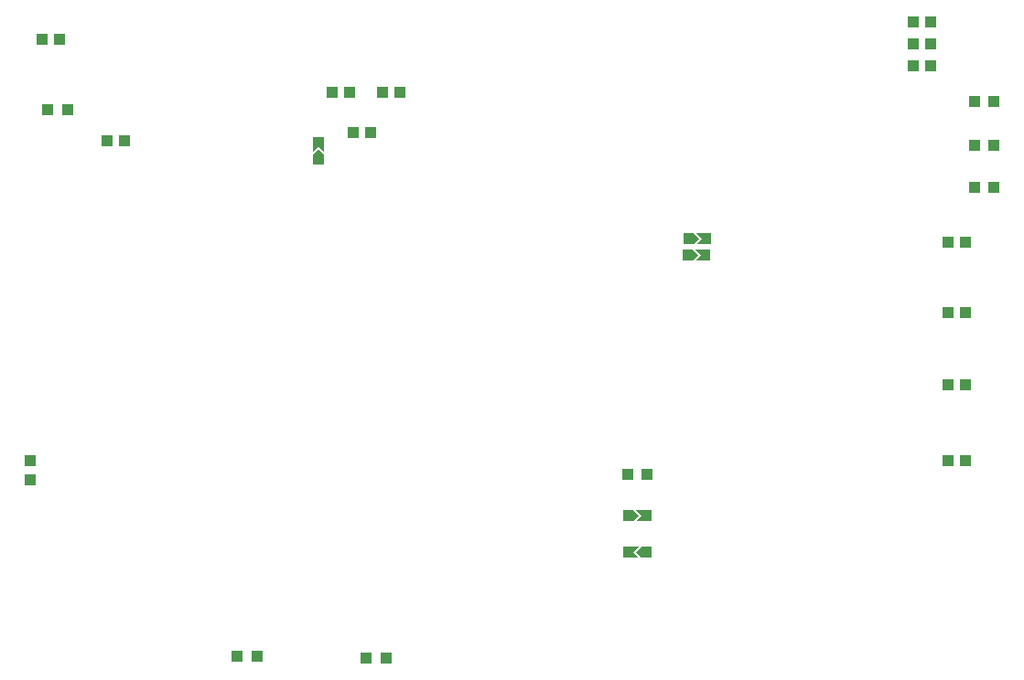
<source format=gbp>
G04*
G04 #@! TF.GenerationSoftware,Altium Limited,Altium Designer,19.1.7 (138)*
G04*
G04 Layer_Color=128*
%FSLAX25Y25*%
%MOIN*%
G70*
G01*
G75*
%ADD17R,0.03937X0.04331*%
%ADD19R,0.03200X0.04000*%
%ADD45R,0.04000X0.03200*%
%ADD46R,0.04331X0.03937*%
G36*
X131500Y222125D02*
X129500Y224125D01*
X127500Y222125D01*
Y225125D01*
X131500D01*
Y222125D01*
D02*
G37*
G36*
Y221125D02*
Y220125D01*
X127500D01*
Y221125D01*
X129500Y223125D01*
X131500Y221125D01*
D02*
G37*
G36*
X270000Y190500D02*
Y188500D01*
X267000D01*
X269000Y190500D01*
X267000Y192500D01*
X270000D01*
Y190500D01*
D02*
G37*
G36*
X268000D02*
X266000Y188500D01*
X265000D01*
Y192500D01*
X266000D01*
X268000Y190500D01*
D02*
G37*
G36*
X269750Y184500D02*
Y182500D01*
X266750D01*
X268750Y184500D01*
X266750Y186500D01*
X269750D01*
Y184500D01*
D02*
G37*
G36*
X267750D02*
X265750Y182500D01*
X264750D01*
Y186500D01*
X265750D01*
X267750Y184500D01*
D02*
G37*
G36*
X248203Y89500D02*
Y87500D01*
X245203D01*
X247203Y89500D01*
X245203Y91500D01*
X248203D01*
Y89500D01*
D02*
G37*
G36*
X246203D02*
X244203Y87500D01*
X243203D01*
Y91500D01*
X244203D01*
X246203Y89500D01*
D02*
G37*
G36*
X247953Y74000D02*
X246953D01*
X244953Y76000D01*
X246953Y78000D01*
X247953D01*
Y74000D01*
D02*
G37*
G36*
X243953Y76000D02*
X245953Y74000D01*
X242953D01*
Y76000D01*
Y78000D01*
X245953D01*
X243953Y76000D01*
D02*
G37*
D17*
X352500Y269500D02*
D03*
X346202D02*
D03*
X352500Y253500D02*
D03*
X346202D02*
D03*
X352500Y261500D02*
D03*
X346202D02*
D03*
X365000Y137000D02*
D03*
X358701D02*
D03*
X368500Y240500D02*
D03*
X375586D02*
D03*
X368500Y224500D02*
D03*
X375586D02*
D03*
X368500Y209000D02*
D03*
X375586D02*
D03*
X140649Y243894D02*
D03*
X134351D02*
D03*
X159149D02*
D03*
X152851D02*
D03*
X148500Y229000D02*
D03*
X142202D02*
D03*
X146913Y37500D02*
D03*
X154000D02*
D03*
X99913Y38000D02*
D03*
X107000D02*
D03*
X249121Y104500D02*
D03*
X242035D02*
D03*
X28701Y263000D02*
D03*
X35000D02*
D03*
X38000Y237500D02*
D03*
X30914D02*
D03*
X52500Y226000D02*
D03*
X58798D02*
D03*
X358701Y109500D02*
D03*
X365000D02*
D03*
X358701Y189000D02*
D03*
X365000D02*
D03*
X358701Y163500D02*
D03*
X365000D02*
D03*
D19*
X242203Y89500D02*
D03*
X248953D02*
D03*
X263750Y184500D02*
D03*
X270500D02*
D03*
X264000Y190500D02*
D03*
X270750D02*
D03*
X248953Y76000D02*
D03*
X242203D02*
D03*
D45*
X129500Y219125D02*
D03*
Y225875D02*
D03*
D46*
X24500Y109587D02*
D03*
Y102500D02*
D03*
M02*

</source>
